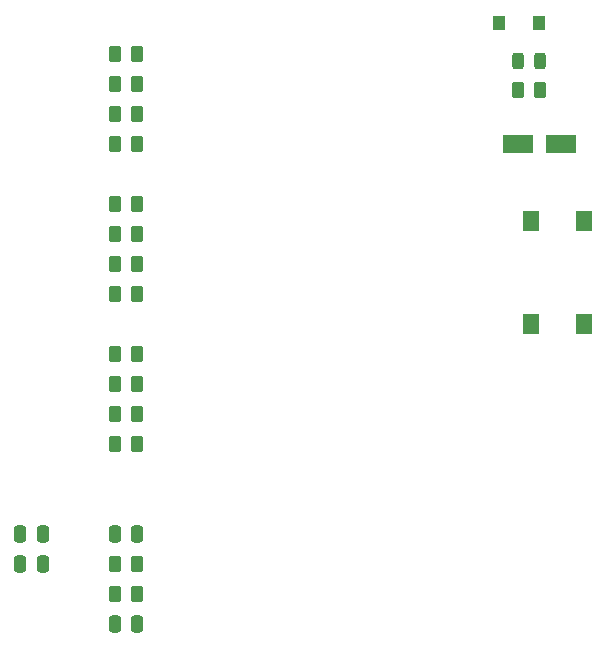
<source format=gbr>
%TF.GenerationSoftware,KiCad,Pcbnew,9.0.4*%
%TF.CreationDate,2025-09-20T17:35:25+02:00*%
%TF.ProjectId,demoboard,64656d6f-626f-4617-9264-2e6b69636164,-*%
%TF.SameCoordinates,PX6422c40PY7cee6c0*%
%TF.FileFunction,Paste,Top*%
%TF.FilePolarity,Positive*%
%FSLAX46Y46*%
G04 Gerber Fmt 4.6, Leading zero omitted, Abs format (unit mm)*
G04 Created by KiCad (PCBNEW 9.0.4) date 2025-09-20 17:35:25*
%MOMM*%
%LPD*%
G01*
G04 APERTURE LIST*
G04 Aperture macros list*
%AMRoundRect*
0 Rectangle with rounded corners*
0 $1 Rounding radius*
0 $2 $3 $4 $5 $6 $7 $8 $9 X,Y pos of 4 corners*
0 Add a 4 corners polygon primitive as box body*
4,1,4,$2,$3,$4,$5,$6,$7,$8,$9,$2,$3,0*
0 Add four circle primitives for the rounded corners*
1,1,$1+$1,$2,$3*
1,1,$1+$1,$4,$5*
1,1,$1+$1,$6,$7*
1,1,$1+$1,$8,$9*
0 Add four rect primitives between the rounded corners*
20,1,$1+$1,$2,$3,$4,$5,0*
20,1,$1+$1,$4,$5,$6,$7,0*
20,1,$1+$1,$6,$7,$8,$9,0*
20,1,$1+$1,$8,$9,$2,$3,0*%
G04 Aperture macros list end*
%ADD10RoundRect,0.250000X0.262500X0.450000X-0.262500X0.450000X-0.262500X-0.450000X0.262500X-0.450000X0*%
%ADD11R,1.100000X1.300000*%
%ADD12RoundRect,0.250000X-0.250000X-0.475000X0.250000X-0.475000X0.250000X0.475000X-0.250000X0.475000X0*%
%ADD13RoundRect,0.250000X0.250000X0.475000X-0.250000X0.475000X-0.250000X-0.475000X0.250000X-0.475000X0*%
%ADD14R,1.400000X1.700000*%
%ADD15RoundRect,0.250000X-0.262500X-0.450000X0.262500X-0.450000X0.262500X0.450000X-0.262500X0.450000X0*%
%ADD16RoundRect,0.243750X-0.243750X-0.456250X0.243750X-0.456250X0.243750X0.456250X-0.243750X0.456250X0*%
%ADD17RoundRect,0.250000X-1.050000X-0.550000X1.050000X-0.550000X1.050000X0.550000X-1.050000X0.550000X0*%
G04 APERTURE END LIST*
D10*
%TO.C,R8*%
X30912500Y31270000D03*
X29087500Y31270000D03*
%TD*%
%TO.C,R6*%
X30912500Y36350000D03*
X29087500Y36350000D03*
%TD*%
%TO.C,R7*%
X30912500Y33810000D03*
X29087500Y33810000D03*
%TD*%
D11*
%TO.C,D2*%
X61600000Y54200000D03*
X65000000Y54200000D03*
%TD*%
D10*
%TO.C,R11*%
X30912500Y21110000D03*
X29087500Y21110000D03*
%TD*%
D12*
%TO.C,C3*%
X29050000Y3330000D03*
X30950000Y3330000D03*
%TD*%
D10*
%TO.C,R2*%
X30912500Y49050000D03*
X29087500Y49050000D03*
%TD*%
D13*
%TO.C,C5*%
X22950000Y10950000D03*
X21050000Y10950000D03*
%TD*%
%TO.C,C4*%
X22950000Y8410000D03*
X21050000Y8410000D03*
%TD*%
D14*
%TO.C,SW1*%
X64250000Y28730000D03*
X64250000Y37430000D03*
X68750000Y28730000D03*
X68750000Y37430000D03*
%TD*%
D10*
%TO.C,R13*%
X30912500Y8410000D03*
X29087500Y8410000D03*
%TD*%
D15*
%TO.C,R15*%
X63200000Y48500000D03*
X65025000Y48500000D03*
%TD*%
D10*
%TO.C,R3*%
X30912500Y46510000D03*
X29087500Y46510000D03*
%TD*%
%TO.C,R5*%
X30912500Y38890000D03*
X29087500Y38890000D03*
%TD*%
D16*
%TO.C,D1*%
X63175000Y51000000D03*
X65050000Y51000000D03*
%TD*%
D10*
%TO.C,R4*%
X30912500Y43970000D03*
X29087500Y43970000D03*
%TD*%
D12*
%TO.C,C2*%
X29050000Y10950000D03*
X30950000Y10950000D03*
%TD*%
D10*
%TO.C,R12*%
X30912500Y18570000D03*
X29087500Y18570000D03*
%TD*%
%TO.C,R9*%
X30912500Y26190000D03*
X29087500Y26190000D03*
%TD*%
D17*
%TO.C,C1*%
X63200000Y43970000D03*
X66800000Y43970000D03*
%TD*%
D10*
%TO.C,R14*%
X30912500Y5870000D03*
X29087500Y5870000D03*
%TD*%
%TO.C,R1*%
X30912500Y51590000D03*
X29087500Y51590000D03*
%TD*%
%TO.C,R10*%
X30912500Y23650000D03*
X29087500Y23650000D03*
%TD*%
M02*

</source>
